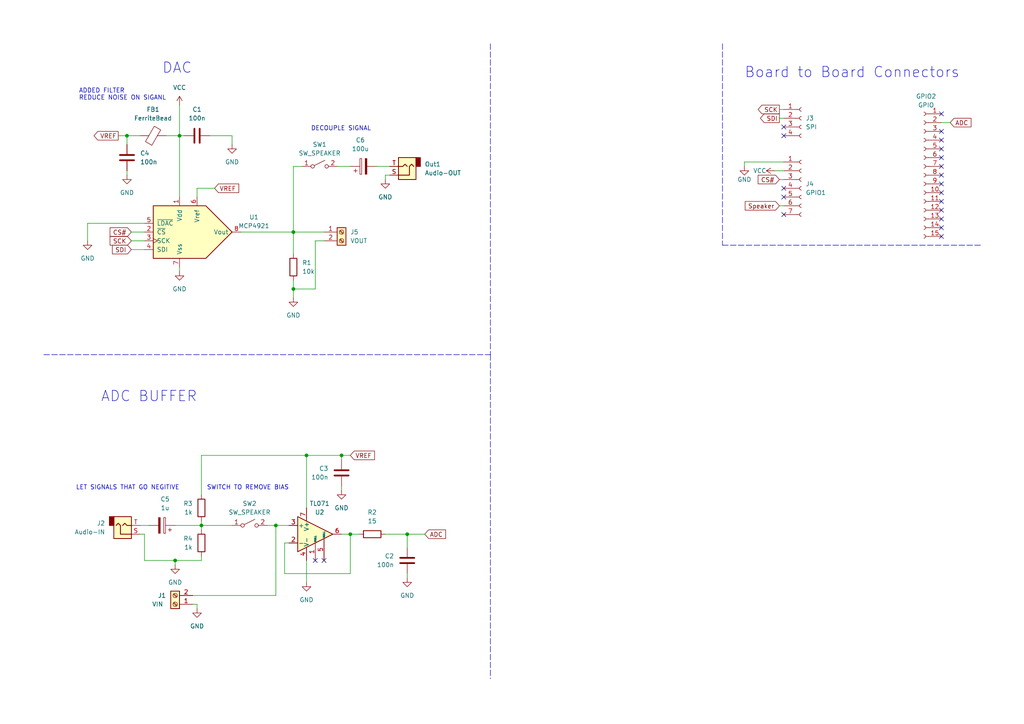
<source format=kicad_sch>
(kicad_sch (version 20211123) (generator eeschema)
  (paper "A4")
  (title_block (title "Audio Board") (rev "V2") (company "UC"))
  (lib_symbols
    (symbol "Amplifier_Operational:TL071" (pin_names (offset 0.127))
      (property "Reference" "U" (at 0 6.35 0))
      (property "Value" "TL071" (at 0 3.81 0))
      (symbol "TL071_0_1"
        (polyline (pts (xy -5.08 5.08) (xy 5.08 0) (xy -5.08 -5.08) (xy -5.08 5.08)) (stroke (width 0.254)) (fill (type background)))
      )
      (symbol "TL071_1_1"
        (pin input line (at 0 -7.62 90) (length 5.08) (name "NULL") (number "1"))
        (pin input line (at -7.62 -2.54 0) (length 2.54) (name "-") (number "2"))
        (pin input line (at -7.62 2.54 0) (length 2.54) (name "+") (number "3"))
        (pin power_in line (at -2.54 -7.62 90) (length 3.81) (name "V-") (number "4"))
        (pin input line (at 2.54 -7.62 90) (length 6.35) (name "NULL") (number "5"))
        (pin output line (at 7.62 0 180) (length 2.54) (name "~") (number "6"))
        (pin power_in line (at -2.54 7.62 270) (length 3.81) (name "V+") (number "7"))
        (pin no_connect line (at 0 2.54 270) (length 2.54) hide (name "NC") (number "8"))
      )
    )
    (symbol "Analog_DAC:MCP4921" (pin_names (offset 1.016))
      (property "Reference" "U" (at 6.35 10.795 0))
      (property "Value" "MCP4921" (at 6.35 8.89 0))
      (symbol "MCP4921_0_0"
        (polyline (pts (xy 15.24 0) (xy 7.62 7.62) (xy -7.62 7.62) (xy -7.62 -7.62) (xy 7.62 -7.62) (xy 15.24 0)) (stroke (width 0.254)) (fill (type background)))
      )
      (symbol "MCP4921_1_1"
        (pin power_in line (at 0 10.16 270) (length 2.54) (name "Vdd") (number "1"))
        (pin input line (at -10.16 0 0) (length 2.54) (name "~{CS}") (number "2"))
        (pin input clock (at -10.16 -2.54 0) (length 2.54) (name "SCK") (number "3"))
        (pin input line (at -10.16 -5.08 0) (length 2.54) (name "SDI") (number "4"))
        (pin input line (at -10.16 2.54 0) (length 2.54) (name "~{LDAC}") (number "5"))
        (pin power_in line (at 5.08 10.16 270) (length 2.54) (name "Vref") (number "6"))
        (pin power_in line (at 0 -10.16 90) (length 2.54) (name "Vss") (number "7"))
        (pin output line (at 17.78 0 180) (length 2.54) (name "Vout") (number "8"))
      )
    )
    (symbol "Connector:AudioJack2"
      (property "Reference" "J" (at 0 8.89 0))
      (property "Value" "AudioJack2" (at 0 6.35 0))
      (symbol "AudioJack2_0_1"
        (rectangle (start -3.81 0) (end -2.54 -2.54) (stroke (width 0.254)) (fill (type outline)))
        (rectangle (start -2.54 3.81) (end 2.54 -2.54) (stroke (width 0.254)) (fill (type background)))
        (polyline (pts (xy 0 0) (xy 0.635 -0.635) (xy 1.27 0) (xy 2.54 0)) (stroke (width 0.254)))
        (polyline (pts (xy 2.54 2.54) (xy -0.635 2.54) (xy -0.635 0) (xy -1.27 -0.635) (xy -1.905 0)) (stroke (width 0.254)))
      )
      (symbol "AudioJack2_1_1"
        (pin passive line (at 5.08 2.54 180) (length 2.54) (name "~") (number "S"))
        (pin passive line (at 5.08 0 180) (length 2.54) (name "~") (number "T"))
      )
    )
    (symbol "Connector:Conn_01x04_Female" (pin_names (offset 1.016) hide)
      (property "Reference" "J" (at 0 5.08 0))
      (property "Value" "Conn_01x04_Female" (at 0 -7.62 0))
      (symbol "Conn_01x04_Female_1_1"
        (arc (start 0 -4.572) (mid -0.508 -5.08) (end 0 -5.588) (stroke (width 0.1524)))
        (arc (start 0 -2.032) (mid -0.508 -2.54) (end 0 -3.048) (stroke (width 0.1524)))
        (polyline (pts (xy -1.27 -5.08) (xy -0.508 -5.08)) (stroke (width 0.1524)))
        (polyline (pts (xy -1.27 -2.54) (xy -0.508 -2.54)) (stroke (width 0.1524)))
        (polyline (pts (xy -1.27 0) (xy -0.508 0)) (stroke (width 0.1524)))
        (polyline (pts (xy -1.27 2.54) (xy -0.508 2.54)) (stroke (width 0.1524)))
        (arc (start 0 0.508) (mid -0.508 0) (end 0 -0.508) (stroke (width 0.1524)))
        (arc (start 0 3.048) (mid -0.508 2.54) (end 0 2.032) (stroke (width 0.1524)))
        (pin passive line (at -5.08 2.54 0) (length 3.81) (name "Pin_1") (number "1"))
        (pin passive line (at -5.08 0 0) (length 3.81) (name "Pin_2") (number "2"))
        (pin passive line (at -5.08 -2.54 0) (length 3.81) (name "Pin_3") (number "3"))
        (pin passive line (at -5.08 -5.08 0) (length 3.81) (name "Pin_4") (number "4"))
      )
    )
    (symbol "Connector:Conn_01x07_Female" (pin_names (offset 1.016) hide)
      (property "Reference" "J" (at 0 10.16 0))
      (property "Value" "Conn_01x07_Female" (at 0 -10.16 0))
      (symbol "Conn_01x07_Female_1_1"
        (arc (start 0 -7.112) (mid -0.508 -7.62) (end 0 -8.128) (stroke (width 0.1524)))
        (arc (start 0 -4.572) (mid -0.508 -5.08) (end 0 -5.588) (stroke (width 0.1524)))
        (arc (start 0 -2.032) (mid -0.508 -2.54) (end 0 -3.048) (stroke (width 0.1524)))
        (polyline (pts (xy -1.27 -7.62) (xy -0.508 -7.62)) (stroke (width 0.1524)))
        (polyline (pts (xy -1.27 -5.08) (xy -0.508 -5.08)) (stroke (width 0.1524)))
        (polyline (pts (xy -1.27 -2.54) (xy -0.508 -2.54)) (stroke (width 0.1524)))
        (polyline (pts (xy -1.27 0) (xy -0.508 0)) (stroke (width 0.1524)))
        (polyline (pts (xy -1.27 2.54) (xy -0.508 2.54)) (stroke (width 0.1524)))
        (polyline (pts (xy -1.27 5.08) (xy -0.508 5.08)) (stroke (width 0.1524)))
        (polyline (pts (xy -1.27 7.62) (xy -0.508 7.62)) (stroke (width 0.1524)))
        (arc (start 0 0.508) (mid -0.508 0) (end 0 -0.508) (stroke (width 0.1524)))
        (arc (start 0 3.048) (mid -0.508 2.54) (end 0 2.032) (stroke (width 0.1524)))
        (arc (start 0 5.588) (mid -0.508 5.08) (end 0 4.572) (stroke (width 0.1524)))
        (arc (start 0 8.128) (mid -0.508 7.62) (end 0 7.112) (stroke (width 0.1524)))
        (pin passive line (at -5.08 7.62 0) (length 3.81) (name "Pin_1") (number "1"))
        (pin passive line (at -5.08 5.08 0) (length 3.81) (name "Pin_2") (number "2"))
        (pin passive line (at -5.08 2.54 0) (length 3.81) (name "Pin_3") (number "3"))
        (pin passive line (at -5.08 0 0) (length 3.81) (name "Pin_4") (number "4"))
        (pin passive line (at -5.08 -2.54 0) (length 3.81) (name "Pin_5") (number "5"))
        (pin passive line (at -5.08 -5.08 0) (length 3.81) (name "Pin_6") (number "6"))
        (pin passive line (at -5.08 -7.62 0) (length 3.81) (name "Pin_7") (number "7"))
      )
    )
    (symbol "Connector:Conn_01x15_Female" (pin_names (offset 1.016) hide)
      (property "Reference" "J" (at 0 20.32 0))
      (property "Value" "Conn_01x15_Female" (at 0 -20.32 0))
      (symbol "Conn_01x15_Female_1_1"
        (arc (start 0 -17.272) (mid -0.508 -17.78) (end 0 -18.288) (stroke (width 0.1524)))
        (arc (start 0 -14.732) (mid -0.508 -15.24) (end 0 -15.748) (stroke (width 0.1524)))
        (arc (start 0 -12.192) (mid -0.508 -12.7) (end 0 -13.208) (stroke (width 0.1524)))
        (arc (start 0 -9.652) (mid -0.508 -10.16) (end 0 -10.668) (stroke (width 0.1524)))
        (arc (start 0 -7.112) (mid -0.508 -7.62) (end 0 -8.128) (stroke (width 0.1524)))
        (arc (start 0 -4.572) (mid -0.508 -5.08) (end 0 -5.588) (stroke (width 0.1524)))
        (arc (start 0 -2.032) (mid -0.508 -2.54) (end 0 -3.048) (stroke (width 0.1524)))
        (polyline (pts (xy -1.27 -17.78) (xy -0.508 -17.78)) (stroke (width 0.1524)))
        (polyline (pts (xy -1.27 -15.24) (xy -0.508 -15.24)) (stroke (width 0.1524)))
        (polyline (pts (xy -1.27 -12.7) (xy -0.508 -12.7)) (stroke (width 0.1524)))
        (polyline (pts (xy -1.27 -10.16) (xy -0.508 -10.16)) (stroke (width 0.1524)))
        (polyline (pts (xy -1.27 -7.62) (xy -0.508 -7.62)) (stroke (width 0.1524)))
        (polyline (pts (xy -1.27 -5.08) (xy -0.508 -5.08)) (stroke (width 0.1524)))
        (polyline (pts (xy -1.27 -2.54) (xy -0.508 -2.54)) (stroke (width 0.1524)))
        (polyline (pts (xy -1.27 0) (xy -0.508 0)) (stroke (width 0.1524)))
        (polyline (pts (xy -1.27 2.54) (xy -0.508 2.54)) (stroke (width 0.1524)))
        (polyline (pts (xy -1.27 5.08) (xy -0.508 5.08)) (stroke (width 0.1524)))
        (polyline (pts (xy -1.27 7.62) (xy -0.508 7.62)) (stroke (width 0.1524)))
        (polyline (pts (xy -1.27 10.16) (xy -0.508 10.16)) (stroke (width 0.1524)))
        (polyline (pts (xy -1.27 12.7) (xy -0.508 12.7)) (stroke (width 0.1524)))
        (polyline (pts (xy -1.27 15.24) (xy -0.508 15.24)) (stroke (width 0.1524)))
        (polyline (pts (xy -1.27 17.78) (xy -0.508 17.78)) (stroke (width 0.1524)))
        (arc (start 0 0.508) (mid -0.508 0) (end 0 -0.508) (stroke (width 0.1524)))
        (arc (start 0 3.048) (mid -0.508 2.54) (end 0 2.032) (stroke (width 0.1524)))
        (arc (start 0 5.588) (mid -0.508 5.08) (end 0 4.572) (stroke (width 0.1524)))
        (arc (start 0 8.128) (mid -0.508 7.62) (end 0 7.112) (stroke (width 0.1524)))
        (arc (start 0 10.668) (mid -0.508 10.16) (end 0 9.652) (stroke (width 0.1524)))
        (arc (start 0 13.208) (mid -0.508 12.7) (end 0 12.192) (stroke (width 0.1524)))
        (arc (start 0 15.748) (mid -0.508 15.24) (end 0 14.732) (stroke (width 0.1524)))
        (arc (start 0 18.288) (mid -0.508 17.78) (end 0 17.272) (stroke (width 0.1524)))
        (pin passive line (at -5.08 17.78 0) (length 3.81) (name "Pin_1") (number "1"))
        (pin passive line (at -5.08 -5.08 0) (length 3.81) (name "Pin_10") (number "10"))
        (pin passive line (at -5.08 -7.62 0) (length 3.81) (name "Pin_11") (number "11"))
        (pin passive line (at -5.08 -10.16 0) (length 3.81) (name "Pin_12") (number "12"))
        (pin passive line (at -5.08 -12.7 0) (length 3.81) (name "Pin_13") (number "13"))
        (pin passive line (at -5.08 -15.24 0) (length 3.81) (name "Pin_14") (number "14"))
        (pin passive line (at -5.08 -17.78 0) (length 3.81) (name "Pin_15") (number "15"))
        (pin passive line (at -5.08 15.24 0) (length 3.81) (name "Pin_2") (number "2"))
        (pin passive line (at -5.08 12.7 0) (length 3.81) (name "Pin_3") (number "3"))
        (pin passive line (at -5.08 10.16 0) (length 3.81) (name "Pin_4") (number "4"))
        (pin passive line (at -5.08 7.62 0) (length 3.81) (name "Pin_5") (number "5"))
        (pin passive line (at -5.08 5.08 0) (length 3.81) (name "Pin_6") (number "6"))
        (pin passive line (at -5.08 2.54 0) (length 3.81) (name "Pin_7") (number "7"))
        (pin passive line (at -5.08 0 0) (length 3.81) (name "Pin_8") (number "8"))
        (pin passive line (at -5.08 -2.54 0) (length 3.81) (name "Pin_9") (number "9"))
      )
    )
    (symbol "Connector:Screw_Terminal_01x02" (pin_names (offset 1.016) hide)
      (property "Reference" "J" (at 0 2.54 0))
      (property "Value" "Screw_Terminal_01x02" (at 0 -5.08 0))
      (symbol "Screw_Terminal_01x02_1_1"
        (rectangle (start -1.27 1.27) (end 1.27 -3.81) (stroke (width 0.254)) (fill (type background)))
        (circle (center 0 -2.54) (radius 0.635) (stroke (width 0.1524)))
        (polyline (pts (xy -0.5334 -2.2098) (xy 0.3302 -3.048)) (stroke (width 0.1524)))
        (polyline (pts (xy -0.5334 0.3302) (xy 0.3302 -0.508)) (stroke (width 0.1524)))
        (polyline (pts (xy -0.3556 -2.032) (xy 0.508 -2.8702)) (stroke (width 0.1524)))
        (polyline (pts (xy -0.3556 0.508) (xy 0.508 -0.3302)) (stroke (width 0.1524)))
        (circle (center 0 0) (radius 0.635) (stroke (width 0.1524)))
        (pin passive line (at -5.08 0 0) (length 3.81) (name "Pin_1") (number "1"))
        (pin passive line (at -5.08 -2.54 0) (length 3.81) (name "Pin_2") (number "2"))
      )
    )
    (symbol "Device:C" (pin_numbers hide) (pin_names (offset 0.254))
      (property "Reference" "C" (at 0.635 2.54 0))
      (property "Value" "C" (at 0.635 -2.54 0))
      (symbol "C_0_1"
        (polyline (pts (xy -2.032 -0.762) (xy 2.032 -0.762)) (stroke (width 0.508)))
        (polyline (pts (xy -2.032 0.762) (xy 2.032 0.762)) (stroke (width 0.508)))
      )
      (symbol "C_1_1"
        (pin passive line (at 0 3.81 270) (length 2.794) (name "~") (number "1"))
        (pin passive line (at 0 -3.81 90) (length 2.794) (name "~") (number "2"))
      )
    )
    (symbol "Device:C_Polarized" (pin_numbers hide) (pin_names (offset 0.254))
      (property "Reference" "C" (at 0.635 2.54 0))
      (property "Value" "C_Polarized" (at 0.635 -2.54 0))
      (symbol "C_Polarized_0_1"
        (rectangle (start -2.286 0.508) (end 2.286 1.016))
        (polyline (pts (xy -1.778 2.286) (xy -0.762 2.286)))
        (polyline (pts (xy -1.27 2.794) (xy -1.27 1.778)))
        (rectangle (start 2.286 -0.508) (end -2.286 -1.016) (fill (type outline)))
      )
      (symbol "C_Polarized_1_1"
        (pin passive line (at 0 3.81 270) (length 2.794) (name "~") (number "1"))
        (pin passive line (at 0 -3.81 90) (length 2.794) (name "~") (number "2"))
      )
    )
    (symbol "Device:FerriteBead" (pin_numbers hide) (pin_names (offset 0))
      (property "Reference" "FB" (at -3.81 0.635 90))
      (property "Value" "FerriteBead" (at 3.81 0 90))
      (symbol "FerriteBead_0_1"
        (polyline (pts (xy 0 -1.27) (xy 0 -1.2192)))
        (polyline (pts (xy 0 1.27) (xy 0 1.2954)))
        (polyline (pts (xy -2.7686 0.4064) (xy -1.7018 2.2606) (xy 2.7686 -0.3048) (xy 1.6764 -2.159) (xy -2.7686 0.4064)))
      )
      (symbol "FerriteBead_1_1"
        (pin passive line (at 0 3.81 270) (length 2.54) (name "~") (number "1"))
        (pin passive line (at 0 -3.81 90) (length 2.54) (name "~") (number "2"))
      )
    )
    (symbol "Device:R" (pin_numbers hide) (pin_names (offset 0))
      (property "Reference" "R" (at 2.032 0 90))
      (property "Value" "R" (at 0 0 90))
      (symbol "R_0_1"
        (rectangle (start -1.016 -2.54) (end 1.016 2.54) (stroke (width 0.254)))
      )
      (symbol "R_1_1"
        (pin passive line (at 0 3.81 270) (length 1.27) (name "~") (number "1"))
        (pin passive line (at 0 -3.81 90) (length 1.27) (name "~") (number "2"))
      )
    )
    (symbol "Switch:SW_SPST" (pin_names (offset 0) hide)
      (property "Reference" "SW" (at 0 3.175 0))
      (property "Value" "SW_SPST" (at 0 -2.54 0))
      (symbol "SW_SPST_0_0"
        (circle (center -2.032 0) (radius 0.508))
        (polyline (pts (xy -1.524 0.254) (xy 1.524 1.778)))
        (circle (center 2.032 0) (radius 0.508))
      )
      (symbol "SW_SPST_1_1"
        (pin passive line (at -5.08 0 0) (length 2.54) (name "A") (number "1"))
        (pin passive line (at 5.08 0 180) (length 2.54) (name "B") (number "2"))
      )
    )
    (symbol "power:GND" (power) (pin_names (offset 0))
      (property "Value" "GND" (at 0 -3.81 0))
      (symbol "GND_0_1"
        (polyline (pts (xy 0 0) (xy 0 -1.27) (xy 1.27 -1.27) (xy 0 -2.54) (xy -1.27 -1.27) (xy 0 -1.27)))
      )
      (symbol "GND_1_1"
        (pin power_in line (at 0 0 270) (length 0) hide (name "GND") (number "1"))
      )
    )
    (symbol "power:VCC" (power) (pin_names (offset 0))
      (property "Value" "VCC" (at 0 3.81 0))
      (symbol "VCC_0_1"
        (polyline (pts (xy -0.762 1.27) (xy 0 2.54)))
        (polyline (pts (xy 0 0) (xy 0 2.54)))
        (polyline (pts (xy 0 2.54) (xy 0.762 1.27)))
      )
      (symbol "VCC_1_1"
        (pin power_in line (at 0 0 90) (length 0) hide (name "VCC") (number "1"))
      )
    )
  )
  (junction (at 101.6 154.94))
  (junction (at 85.09 83.82))
  (junction (at 88.9 132.08))
  (junction (at 50.8 162.56))
  (junction (at 99.06 132.08))
  (junction (at 118.11 154.94))
  (junction (at 80.01 152.4))
  (junction (at 52.07 39.37))
  (junction (at 58.42 152.4))
  (junction (at 36.83 39.37))
  (junction (at 85.09 67.31))
  (no_connect (at 227.33 39.37))
  (no_connect (at 227.33 36.83))
  (no_connect (at 227.33 54.61))
  (no_connect (at 273.05 68.58))
  (no_connect (at 273.05 66.04))
  (no_connect (at 273.05 40.64))
  (no_connect (at 273.05 38.1))
  (no_connect (at 273.05 33.02))
  (no_connect (at 273.05 55.88))
  (no_connect (at 273.05 63.5))
  (no_connect (at 273.05 60.96))
  (no_connect (at 273.05 58.42))
  (no_connect (at 273.05 53.34))
  (no_connect (at 273.05 50.8))
  (no_connect (at 273.05 48.26))
  (no_connect (at 273.05 45.72))
  (no_connect (at 273.05 43.18))
  (no_connect (at 93.98 162.56))
  (no_connect (at 227.33 57.15))
  (no_connect (at 227.33 62.23))
  (no_connect (at 91.44 162.56))
  (wire (pts (xy 113.03 50.8) (xy 111.76 50.8)))
  (wire (pts (xy 226.06 52.07) (xy 227.33 52.07)))
  (wire (pts (xy 57.15 57.15) (xy 57.15 54.61)))
  (wire (pts (xy 97.79 48.26) (xy 101.6 48.26)))
  (wire (pts (xy 93.98 69.85) (xy 91.44 69.85)))
  (wire (pts (xy 101.6 132.08) (xy 99.06 132.08)))
  (wire (pts (xy 58.42 151.13) (xy 58.42 152.4)))
  (wire (pts (xy 99.06 140.97) (xy 99.06 142.24)))
  (wire (pts (xy 58.42 132.08) (xy 88.9 132.08)))
  (wire (pts (xy 101.6 154.94) (xy 101.6 166.37)))
  (wire (pts (xy 38.1 69.85) (xy 41.91 69.85)))
  (wire (pts (xy 57.15 54.61) (xy 62.23 54.61)))
  (wire (pts (xy 52.07 39.37) (xy 52.07 57.15)))
  (wire (pts (xy 41.91 154.94) (xy 41.91 162.56)))
  (wire (pts (xy 34.29 39.37) (xy 36.83 39.37)))
  (polyline (pts (xy 142.24 102.87) (xy 142.24 196.85)))
  (wire (pts (xy 111.76 50.8) (xy 111.76 52.07)))
  (wire (pts (xy 36.83 39.37) (xy 40.64 39.37)))
  (wire (pts (xy 43.18 152.4) (xy 40.64 152.4)))
  (wire (pts (xy 118.11 154.94) (xy 118.11 158.75)))
  (wire (pts (xy 80.01 152.4) (xy 80.01 172.72)))
  (wire (pts (xy 67.31 39.37) (xy 67.31 41.91)))
  (wire (pts (xy 50.8 163.83) (xy 50.8 162.56)))
  (wire (pts (xy 226.06 59.69) (xy 227.33 59.69)))
  (wire (pts (xy 41.91 162.56) (xy 50.8 162.56)))
  (wire (pts (xy 226.06 31.75) (xy 227.33 31.75)))
  (wire (pts (xy 215.9 46.99) (xy 227.33 46.99)))
  (wire (pts (xy 25.4 64.77) (xy 25.4 69.85)))
  (wire (pts (xy 91.44 83.82) (xy 85.09 83.82)))
  (wire (pts (xy 88.9 162.56) (xy 88.9 168.91)))
  (wire (pts (xy 85.09 48.26) (xy 87.63 48.26)))
  (wire (pts (xy 123.19 154.94) (xy 118.11 154.94)))
  (wire (pts (xy 273.05 35.56) (xy 275.59 35.56)))
  (wire (pts (xy 104.14 154.94) (xy 101.6 154.94)))
  (wire (pts (xy 52.07 77.47) (xy 52.07 78.74)))
  (wire (pts (xy 83.82 152.4) (xy 80.01 152.4)))
  (wire (pts (xy 48.26 39.37) (xy 52.07 39.37)))
  (polyline (pts (xy 142.24 12.7) (xy 142.24 102.87)))
  (wire (pts (xy 91.44 69.85) (xy 91.44 83.82)))
  (wire (pts (xy 36.83 49.53) (xy 36.83 50.8)))
  (wire (pts (xy 67.31 152.4) (xy 58.42 152.4)))
  (wire (pts (xy 101.6 154.94) (xy 99.06 154.94)))
  (wire (pts (xy 85.09 67.31) (xy 85.09 73.66)))
  (wire (pts (xy 41.91 64.77) (xy 25.4 64.77)))
  (wire (pts (xy 57.15 175.26) (xy 57.15 176.53)))
  (wire (pts (xy 224.79 49.53) (xy 227.33 49.53)))
  (wire (pts (xy 38.1 67.31) (xy 41.91 67.31)))
  (wire (pts (xy 80.01 172.72) (xy 55.88 172.72)))
  (polyline (pts (xy 209.55 71.12) (xy 284.48 71.12)))
  (wire (pts (xy 109.22 48.26) (xy 113.03 48.26)))
  (wire (pts (xy 101.6 166.37) (xy 82.55 166.37)))
  (wire (pts (xy 118.11 154.94) (xy 111.76 154.94)))
  (wire (pts (xy 69.85 67.31) (xy 85.09 67.31)))
  (wire (pts (xy 88.9 147.32) (xy 88.9 132.08)))
  (wire (pts (xy 52.07 39.37) (xy 53.34 39.37)))
  (wire (pts (xy 85.09 81.28) (xy 85.09 83.82)))
  (wire (pts (xy 58.42 161.29) (xy 58.42 162.56)))
  (wire (pts (xy 80.01 152.4) (xy 77.47 152.4)))
  (polyline (pts (xy 209.55 12.7) (xy 209.55 71.12)))
  (wire (pts (xy 58.42 152.4) (xy 50.8 152.4)))
  (wire (pts (xy 82.55 157.48) (xy 83.82 157.48)))
  (wire (pts (xy 85.09 67.31) (xy 93.98 67.31)))
  (wire (pts (xy 82.55 166.37) (xy 82.55 157.48)))
  (polyline (pts (xy 12.7 102.87) (xy 142.24 102.87)))
  (wire (pts (xy 52.07 30.48) (xy 52.07 39.37)))
  (wire (pts (xy 226.06 34.29) (xy 227.33 34.29)))
  (wire (pts (xy 85.09 67.31) (xy 85.09 48.26)))
  (wire (pts (xy 85.09 83.82) (xy 85.09 86.36)))
  (wire (pts (xy 99.06 132.08) (xy 88.9 132.08)))
  (wire (pts (xy 38.1 72.39) (xy 41.91 72.39)))
  (wire (pts (xy 118.11 166.37) (xy 118.11 167.64)))
  (wire (pts (xy 60.96 39.37) (xy 67.31 39.37)))
  (wire (pts (xy 58.42 152.4) (xy 58.42 153.67)))
  (wire (pts (xy 58.42 162.56) (xy 50.8 162.56)))
  (wire (pts (xy 41.91 154.94) (xy 40.64 154.94)))
  (wire (pts (xy 215.9 46.99) (xy 215.9 48.26)))
  (wire (pts (xy 99.06 132.08) (xy 99.06 133.35)))
  (wire (pts (xy 36.83 39.37) (xy 36.83 41.91)))
  (wire (pts (xy 58.42 143.51) (xy 58.42 132.08)))
  (wire (pts (xy 55.88 175.26) (xy 57.15 175.26)))
  (text "DAC" (at 46.99 21.59 0) (effects (font (size 3 3)) (justify left bottom)))
  (text "SWITCH TO REMOVE BIAS" (at 83.82 142.24 180) (effects (font (size 1.27 1.27)) (justify right bottom)))
  (text "ADC BUFFER" (at 29.21 116.84 0) (effects (font (size 3 3)) (justify left bottom)))
  (text "DECOUPLE SIGNAL\n" (at 90.17 38.1 0) (effects (font (size 1.27 1.27)) (justify left bottom)))
  (text "LET SIGNALS THAT GO NEGITIVE" (at 52.07 142.24 180) (effects (font (size 1.27 1.27)) (justify right bottom)))
  (text "ADDED FILTER\nREDUCE NOISE ON SIGANL" (at 22.86 29.21 0) (effects (font (size 1.27 1.27)) (justify left bottom)))
  (text "Board to Board Connectors" (at 215.9 22.86 0) (effects (font (size 3 3)) (justify left bottom)))
  (global_label "VREF" (shape output) (at 34.29 39.37 180) (property "Intersheet References" "${INTERSHEET_REFS}" (effects hide)))
  (global_label "CS#" (shape input) (at 226.06 52.07 180) (property "Intersheet References" "${INTERSHEET_REFS}" (effects hide)))
  (global_label "VREF" (shape input) (at 62.23 54.61 0) (property "Intersheet References" "${INTERSHEET_REFS}" (effects hide)))
  (global_label "SDI" (shape output) (at 226.06 34.29 180) (property "Intersheet References" "${INTERSHEET_REFS}" (effects hide)))
  (global_label "ADC" (shape input) (at 275.59 35.56 0) (property "Intersheet References" "${INTERSHEET_REFS}" (effects hide)))
  (global_label "SDI" (shape input) (at 38.1 72.39 180) (property "Intersheet References" "${INTERSHEET_REFS}" (effects hide)))
  (global_label "SCK" (shape input) (at 38.1 69.85 180) (property "Intersheet References" "${INTERSHEET_REFS}" (effects hide)))
  (global_label "SCK" (shape output) (at 226.06 31.75 180) (property "Intersheet References" "${INTERSHEET_REFS}" (effects hide)))
  (global_label "Speaker" (shape input) (at 226.06 59.69 180) (property "Intersheet References" "${INTERSHEET_REFS}" (effects hide)))
  (global_label "VREF" (shape input) (at 101.6 132.08 0) (property "Intersheet References" "${INTERSHEET_REFS}" (effects hide)))
  (global_label "ADC" (shape input) (at 123.19 154.94 0) (property "Intersheet References" "${INTERSHEET_REFS}" (effects hide)))
  (global_label "CS#" (shape input) (at 38.1 67.31 180) (property "Intersheet References" "${INTERSHEET_REFS}" (effects hide)))
  (symbol (lib_id "Switch:SW_SPST") (at 92.71 48.26 0) (unit 1)
    (property "Reference" "SW1" (at 92.71 41.91 0))
    (property "Value" "SW_SPEAKER" (at 92.71 44.45 0))
    (property "Footprint" "Button_Switch_THT:SW_Slide_1P2T_CK_OS102011MS2Q" (effects hide))
  )
  (symbol (lib_id "Connector:AudioJack2") (at 118.11 48.26 180) (unit 1)
    (property "Reference" "Out1" (at 123.19 47.6249 0) (effects (justify right)))
    (property "Value" "Audio-OUT" (at 123.19 50.1649 0) (effects (justify right)))
    (property "Footprint" "G1360:G-1360" (effects hide))
  )
  (symbol (lib_id "Device:FerriteBead") (at 44.45 39.37 90) (unit 1)
    (property "Reference" "FB1" (at 44.3992 31.75 90))
    (property "Value" "FerriteBead" (at 44.3992 34.29 90))
    (property "Footprint" "Inductor_SMD:L_1206_3216Metric_Pad1.22x1.90mm_HandSolder" (effects hide))
  )
  (symbol (lib_id "Analog_DAC:MCP4921") (at 52.07 67.31 0) (unit 1)
    (property "Reference" "U1" (at 73.66 62.9793 0))
    (property "Value" "MCP4921" (at 73.66 65.5193 0))
    (property "Footprint" "Package_DIP:DIP-8_W7.62mm_LongPads" (effects hide))
    (property "Datasheet" "http://ww1.microchip.com/downloads/en/DeviceDoc/22248a.pdf" (effects hide))
  )
  (symbol (lib_id "power:GND") (at 50.8 163.83 0) (mirror y) (unit 1)
    (property "Reference" "#PWR0111" (effects hide))
    (property "Value" "GND" (at 50.8 168.91 0))
  )
  (symbol (lib_id "power:VCC") (at 224.79 49.53 90) (unit 1)
    (property "Reference" "#PWR0104" (effects hide))
    (property "Value" "VCC" (at 218.44 49.53 90) (effects (justify right)))
  )
  (symbol (lib_id "power:GND") (at 88.9 168.91 0) (mirror y) (unit 1)
    (property "Reference" "#PWR?" (effects hide))
    (property "Value" "GND" (at 88.9 173.99 0))
  )
  (symbol (lib_id "Connector:Conn_01x07_Female") (at 232.41 54.61 0) (unit 1)
    (property "Reference" "J4" (at 233.68 53.3399 0) (effects (justify left)))
    (property "Value" "GPIO1" (at 233.68 55.8799 0) (effects (justify left)))
  )
  (symbol (lib_id "power:GND") (at 57.15 176.53 0) (mirror y) (unit 1)
    (property "Reference" "#PWR0114" (effects hide))
    (property "Value" "GND" (at 57.15 181.61 0))
  )
  (symbol (lib_id "Device:C") (at 57.15 39.37 90) (unit 1)
    (property "Reference" "C1" (at 57.15 31.75 90))
    (property "Value" "100n" (at 57.15 34.29 90))
    (property "Footprint" "Capacitor_THT:C_Disc_D4.7mm_W2.5mm_P5.00mm" (effects hide))
  )
  (symbol (lib_id "power:GND") (at 36.83 50.8 0) (unit 1)
    (property "Reference" "#PWR0113" (effects hide))
    (property "Value" "GND" (at 36.83 55.88 0))
  )
  (symbol (lib_id "Device:C") (at 99.06 137.16 0) (mirror y) (unit 1)
    (property "Reference" "C3" (at 95.25 135.8899 0) (effects (justify left)))
    (property "Value" "100n" (at 95.25 138.4299 0) (effects (justify left)))
    (property "Footprint" "Capacitor_THT:C_Disc_D4.7mm_W2.5mm_P5.00mm" (effects hide))
  )
  (symbol (lib_id "Connector:Conn_01x15_Female") (at 267.97 50.8 0) (mirror y) (unit 1)
    (property "Reference" "GPIO2" (at 268.605 27.94 0))
    (property "Value" "GPIO" (at 268.605 30.48 0))
    (property "Footprint" "Connector_PinSocket_2.54mm:PinSocket_1x15_P2.54mm_Vertical" (effects hide))
  )
  (symbol (lib_id "Amplifier_Operational:TL071") (at 91.44 154.94 0) (unit 1)
    (property "Reference" "U2" (at 92.71 148.59 0))
    (property "Value" "TL071" (at 92.71 146.05 0))
    (property "Footprint" "Package_DIP:DIP-8_W7.62mm_LongPads" (effects hide))
    (property "Datasheet" "http://www.ti.com/lit/ds/symlink/tl071.pdf" (effects hide))
  )
  (symbol (lib_id "Device:C_Polarized") (at 105.41 48.26 90) (unit 1)
    (property "Reference" "C6" (at 104.521 40.64 90))
    (property "Value" "100u" (at 104.521 43.18 90))
  )
  (symbol (lib_id "Device:R") (at 58.42 147.32 0) (mirror y) (unit 1)
    (property "Reference" "R3" (at 55.88 146.0499 0) (effects (justify left)))
    (property "Value" "1k" (at 55.88 148.5899 0) (effects (justify left)))
  )
  (symbol (lib_id "Switch:SW_SPST") (at 72.39 152.4 0) (unit 1)
    (property "Reference" "SW2" (at 72.39 146.05 0))
    (property "Value" "SW_SPEAKER" (at 72.39 148.59 0))
    (property "Footprint" "Button_Switch_THT:SW_Slide_1P2T_CK_OS102011MS2Q" (effects hide))
  )
  (symbol (lib_id "power:VCC") (at 52.07 30.48 0) (unit 1)
    (property "Reference" "#PWR0102" (effects hide))
    (property "Value" "VCC" (at 52.07 25.4 0))
  )
  (symbol (lib_id "Connector:AudioJack2") (at 35.56 152.4 0) (mirror x) (unit 1)
    (property "Reference" "J2" (at 30.48 151.7649 0) (effects (justify right)))
    (property "Value" "Audio-IN" (at 30.48 154.3049 0) (effects (justify right)))
    (property "Footprint" "G1360:G-1360" (effects hide))
  )
  (symbol (lib_id "power:GND") (at 99.06 142.24 0) (mirror y) (unit 1)
    (property "Reference" "#PWR0105" (effects hide))
    (property "Value" "GND" (at 99.06 147.32 0))
  )
  (symbol (lib_id "Device:C_Polarized") (at 46.99 152.4 270) (mirror x) (unit 1)
    (property "Reference" "C5" (at 47.879 144.78 90))
    (property "Value" "1u" (at 47.879 147.32 90))
  )
  (symbol (lib_id "Connector:Screw_Terminal_01x02") (at 50.8 175.26 180) (unit 1)
    (property "Reference" "J1" (at 46.99 172.72 0))
    (property "Value" "VIN" (at 45.72 175.26 0))
    (property "Footprint" "TerminalBlock:TerminalBlock_bornier-2_P5.08mm" (effects hide))
  )
  (symbol (lib_id "Device:R") (at 107.95 154.94 90) (mirror x) (unit 1)
    (property "Reference" "R2" (at 107.95 148.59 90))
    (property "Value" "15" (at 107.95 151.13 90))
    (property "Footprint" "Resistor_THT:R_Axial_DIN0207_L6.3mm_D2.5mm_P10.16mm_Horizontal" (effects hide))
  )
  (symbol (lib_id "power:GND") (at 85.09 86.36 0) (unit 1)
    (property "Reference" "#PWR0109" (effects hide))
    (property "Value" "GND" (at 85.09 91.44 0))
  )
  (symbol (lib_id "power:GND") (at 118.11 167.64 0) (mirror y) (unit 1)
    (property "Reference" "#PWR0106" (effects hide))
    (property "Value" "GND" (at 118.11 172.72 0))
  )
  (symbol (lib_id "Device:C") (at 36.83 45.72 0) (unit 1)
    (property "Reference" "C4" (at 40.64 44.4499 0) (effects (justify left)))
    (property "Value" "100n" (at 40.64 46.9899 0) (effects (justify left)))
    (property "Footprint" "Capacitor_THT:C_Disc_D4.7mm_W2.5mm_P5.00mm" (effects hide))
  )
  (symbol (lib_id "power:GND") (at 52.07 78.74 0) (unit 1)
    (property "Reference" "#PWR0107" (effects hide))
    (property "Value" "GND" (at 52.07 83.82 0))
  )
  (symbol (lib_id "Connector:Screw_Terminal_01x02") (at 99.06 67.31 0) (unit 1)
    (property "Reference" "J5" (at 101.6 67.3099 0) (effects (justify left)))
    (property "Value" "VOUT" (at 101.6 69.8499 0) (effects (justify left)))
    (property "Footprint" "TerminalBlock:TerminalBlock_bornier-2_P5.08mm" (effects hide))
  )
  (symbol (lib_id "Connector:Conn_01x04_Female") (at 232.41 34.29 0) (unit 1)
    (property "Reference" "J3" (at 233.68 34.2899 0) (effects (justify left)))
    (property "Value" "SPI" (at 233.68 36.8299 0) (effects (justify left)))
  )
  (symbol (lib_id "power:GND") (at 67.31 41.91 0) (unit 1)
    (property "Reference" "#PWR0108" (effects hide))
    (property "Value" "GND" (at 67.31 46.99 0))
  )
  (symbol (lib_id "Device:R") (at 85.09 77.47 0) (unit 1)
    (property "Reference" "R1" (at 87.63 76.1999 0) (effects (justify left)))
    (property "Value" "10k" (at 87.63 78.7399 0) (effects (justify left)))
    (property "Footprint" "Resistor_THT:R_Axial_DIN0207_L6.3mm_D2.5mm_P10.16mm_Horizontal" (effects hide))
  )
  (symbol (lib_id "power:GND") (at 215.9 48.26 0) (unit 1)
    (property "Reference" "#PWR0110" (effects hide))
    (property "Value" "GND" (at 215.9 52.07 0))
  )
  (symbol (lib_id "power:GND") (at 25.4 69.85 0) (unit 1)
    (property "Reference" "#PWR0112" (effects hide))
    (property "Value" "GND" (at 25.4 74.93 0))
  )
  (symbol (lib_id "power:GND") (at 111.76 52.07 0) (unit 1)
    (property "Reference" "#PWR0103" (effects hide))
    (property "Value" "GND" (at 111.76 57.15 0))
  )
  (symbol (lib_id "Device:C") (at 118.11 162.56 0) (mirror y) (unit 1)
    (property "Reference" "C2" (at 114.3 161.2899 0) (effects (justify left)))
    (property "Value" "100n" (at 114.3 163.8299 0) (effects (justify left)))
    (property "Footprint" "Capacitor_THT:C_Disc_D4.7mm_W2.5mm_P5.00mm" (effects hide))
  )
  (symbol (lib_id "Device:R") (at 58.42 157.48 0) (mirror y) (unit 1)
    (property "Reference" "R4" (at 55.88 156.2099 0) (effects (justify left)))
    (property "Value" "1k" (at 55.88 158.7499 0) (effects (justify left)))
  )
)
</source>
